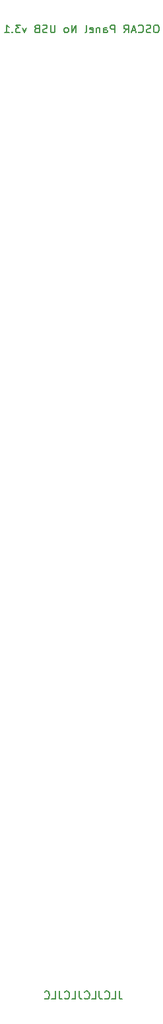
<source format=gbr>
G04 #@! TF.GenerationSoftware,KiCad,Pcbnew,8.0.8*
G04 #@! TF.CreationDate,2025-06-13T11:57:10+01:00*
G04 #@! TF.ProjectId,oscar_panel_nousb_variant,6f736361-725f-4706-916e-656c5f6e6f75,rev?*
G04 #@! TF.SameCoordinates,Original*
G04 #@! TF.FileFunction,Legend,Bot*
G04 #@! TF.FilePolarity,Positive*
%FSLAX46Y46*%
G04 Gerber Fmt 4.6, Leading zero omitted, Abs format (unit mm)*
G04 Created by KiCad (PCBNEW 8.0.8) date 2025-06-13 11:57:10*
%MOMM*%
%LPD*%
G01*
G04 APERTURE LIST*
%ADD10C,0.150000*%
G04 APERTURE END LIST*
D10*
X144666667Y-37754819D02*
X144476191Y-37754819D01*
X144476191Y-37754819D02*
X144380953Y-37802438D01*
X144380953Y-37802438D02*
X144285715Y-37897676D01*
X144285715Y-37897676D02*
X144238096Y-38088152D01*
X144238096Y-38088152D02*
X144238096Y-38421485D01*
X144238096Y-38421485D02*
X144285715Y-38611961D01*
X144285715Y-38611961D02*
X144380953Y-38707200D01*
X144380953Y-38707200D02*
X144476191Y-38754819D01*
X144476191Y-38754819D02*
X144666667Y-38754819D01*
X144666667Y-38754819D02*
X144761905Y-38707200D01*
X144761905Y-38707200D02*
X144857143Y-38611961D01*
X144857143Y-38611961D02*
X144904762Y-38421485D01*
X144904762Y-38421485D02*
X144904762Y-38088152D01*
X144904762Y-38088152D02*
X144857143Y-37897676D01*
X144857143Y-37897676D02*
X144761905Y-37802438D01*
X144761905Y-37802438D02*
X144666667Y-37754819D01*
X143857143Y-38707200D02*
X143714286Y-38754819D01*
X143714286Y-38754819D02*
X143476191Y-38754819D01*
X143476191Y-38754819D02*
X143380953Y-38707200D01*
X143380953Y-38707200D02*
X143333334Y-38659580D01*
X143333334Y-38659580D02*
X143285715Y-38564342D01*
X143285715Y-38564342D02*
X143285715Y-38469104D01*
X143285715Y-38469104D02*
X143333334Y-38373866D01*
X143333334Y-38373866D02*
X143380953Y-38326247D01*
X143380953Y-38326247D02*
X143476191Y-38278628D01*
X143476191Y-38278628D02*
X143666667Y-38231009D01*
X143666667Y-38231009D02*
X143761905Y-38183390D01*
X143761905Y-38183390D02*
X143809524Y-38135771D01*
X143809524Y-38135771D02*
X143857143Y-38040533D01*
X143857143Y-38040533D02*
X143857143Y-37945295D01*
X143857143Y-37945295D02*
X143809524Y-37850057D01*
X143809524Y-37850057D02*
X143761905Y-37802438D01*
X143761905Y-37802438D02*
X143666667Y-37754819D01*
X143666667Y-37754819D02*
X143428572Y-37754819D01*
X143428572Y-37754819D02*
X143285715Y-37802438D01*
X142285715Y-38659580D02*
X142333334Y-38707200D01*
X142333334Y-38707200D02*
X142476191Y-38754819D01*
X142476191Y-38754819D02*
X142571429Y-38754819D01*
X142571429Y-38754819D02*
X142714286Y-38707200D01*
X142714286Y-38707200D02*
X142809524Y-38611961D01*
X142809524Y-38611961D02*
X142857143Y-38516723D01*
X142857143Y-38516723D02*
X142904762Y-38326247D01*
X142904762Y-38326247D02*
X142904762Y-38183390D01*
X142904762Y-38183390D02*
X142857143Y-37992914D01*
X142857143Y-37992914D02*
X142809524Y-37897676D01*
X142809524Y-37897676D02*
X142714286Y-37802438D01*
X142714286Y-37802438D02*
X142571429Y-37754819D01*
X142571429Y-37754819D02*
X142476191Y-37754819D01*
X142476191Y-37754819D02*
X142333334Y-37802438D01*
X142333334Y-37802438D02*
X142285715Y-37850057D01*
X141904762Y-38469104D02*
X141428572Y-38469104D01*
X142000000Y-38754819D02*
X141666667Y-37754819D01*
X141666667Y-37754819D02*
X141333334Y-38754819D01*
X140428572Y-38754819D02*
X140761905Y-38278628D01*
X141000000Y-38754819D02*
X141000000Y-37754819D01*
X141000000Y-37754819D02*
X140619048Y-37754819D01*
X140619048Y-37754819D02*
X140523810Y-37802438D01*
X140523810Y-37802438D02*
X140476191Y-37850057D01*
X140476191Y-37850057D02*
X140428572Y-37945295D01*
X140428572Y-37945295D02*
X140428572Y-38088152D01*
X140428572Y-38088152D02*
X140476191Y-38183390D01*
X140476191Y-38183390D02*
X140523810Y-38231009D01*
X140523810Y-38231009D02*
X140619048Y-38278628D01*
X140619048Y-38278628D02*
X141000000Y-38278628D01*
X139238095Y-38754819D02*
X139238095Y-37754819D01*
X139238095Y-37754819D02*
X138857143Y-37754819D01*
X138857143Y-37754819D02*
X138761905Y-37802438D01*
X138761905Y-37802438D02*
X138714286Y-37850057D01*
X138714286Y-37850057D02*
X138666667Y-37945295D01*
X138666667Y-37945295D02*
X138666667Y-38088152D01*
X138666667Y-38088152D02*
X138714286Y-38183390D01*
X138714286Y-38183390D02*
X138761905Y-38231009D01*
X138761905Y-38231009D02*
X138857143Y-38278628D01*
X138857143Y-38278628D02*
X139238095Y-38278628D01*
X137809524Y-38754819D02*
X137809524Y-38231009D01*
X137809524Y-38231009D02*
X137857143Y-38135771D01*
X137857143Y-38135771D02*
X137952381Y-38088152D01*
X137952381Y-38088152D02*
X138142857Y-38088152D01*
X138142857Y-38088152D02*
X138238095Y-38135771D01*
X137809524Y-38707200D02*
X137904762Y-38754819D01*
X137904762Y-38754819D02*
X138142857Y-38754819D01*
X138142857Y-38754819D02*
X138238095Y-38707200D01*
X138238095Y-38707200D02*
X138285714Y-38611961D01*
X138285714Y-38611961D02*
X138285714Y-38516723D01*
X138285714Y-38516723D02*
X138238095Y-38421485D01*
X138238095Y-38421485D02*
X138142857Y-38373866D01*
X138142857Y-38373866D02*
X137904762Y-38373866D01*
X137904762Y-38373866D02*
X137809524Y-38326247D01*
X137333333Y-38088152D02*
X137333333Y-38754819D01*
X137333333Y-38183390D02*
X137285714Y-38135771D01*
X137285714Y-38135771D02*
X137190476Y-38088152D01*
X137190476Y-38088152D02*
X137047619Y-38088152D01*
X137047619Y-38088152D02*
X136952381Y-38135771D01*
X136952381Y-38135771D02*
X136904762Y-38231009D01*
X136904762Y-38231009D02*
X136904762Y-38754819D01*
X136047619Y-38707200D02*
X136142857Y-38754819D01*
X136142857Y-38754819D02*
X136333333Y-38754819D01*
X136333333Y-38754819D02*
X136428571Y-38707200D01*
X136428571Y-38707200D02*
X136476190Y-38611961D01*
X136476190Y-38611961D02*
X136476190Y-38231009D01*
X136476190Y-38231009D02*
X136428571Y-38135771D01*
X136428571Y-38135771D02*
X136333333Y-38088152D01*
X136333333Y-38088152D02*
X136142857Y-38088152D01*
X136142857Y-38088152D02*
X136047619Y-38135771D01*
X136047619Y-38135771D02*
X136000000Y-38231009D01*
X136000000Y-38231009D02*
X136000000Y-38326247D01*
X136000000Y-38326247D02*
X136476190Y-38421485D01*
X135428571Y-38754819D02*
X135523809Y-38707200D01*
X135523809Y-38707200D02*
X135571428Y-38611961D01*
X135571428Y-38611961D02*
X135571428Y-37754819D01*
X134285713Y-38754819D02*
X134285713Y-37754819D01*
X134285713Y-37754819D02*
X133714285Y-38754819D01*
X133714285Y-38754819D02*
X133714285Y-37754819D01*
X133095237Y-38754819D02*
X133190475Y-38707200D01*
X133190475Y-38707200D02*
X133238094Y-38659580D01*
X133238094Y-38659580D02*
X133285713Y-38564342D01*
X133285713Y-38564342D02*
X133285713Y-38278628D01*
X133285713Y-38278628D02*
X133238094Y-38183390D01*
X133238094Y-38183390D02*
X133190475Y-38135771D01*
X133190475Y-38135771D02*
X133095237Y-38088152D01*
X133095237Y-38088152D02*
X132952380Y-38088152D01*
X132952380Y-38088152D02*
X132857142Y-38135771D01*
X132857142Y-38135771D02*
X132809523Y-38183390D01*
X132809523Y-38183390D02*
X132761904Y-38278628D01*
X132761904Y-38278628D02*
X132761904Y-38564342D01*
X132761904Y-38564342D02*
X132809523Y-38659580D01*
X132809523Y-38659580D02*
X132857142Y-38707200D01*
X132857142Y-38707200D02*
X132952380Y-38754819D01*
X132952380Y-38754819D02*
X133095237Y-38754819D01*
X131571427Y-37754819D02*
X131571427Y-38564342D01*
X131571427Y-38564342D02*
X131523808Y-38659580D01*
X131523808Y-38659580D02*
X131476189Y-38707200D01*
X131476189Y-38707200D02*
X131380951Y-38754819D01*
X131380951Y-38754819D02*
X131190475Y-38754819D01*
X131190475Y-38754819D02*
X131095237Y-38707200D01*
X131095237Y-38707200D02*
X131047618Y-38659580D01*
X131047618Y-38659580D02*
X130999999Y-38564342D01*
X130999999Y-38564342D02*
X130999999Y-37754819D01*
X130571427Y-38707200D02*
X130428570Y-38754819D01*
X130428570Y-38754819D02*
X130190475Y-38754819D01*
X130190475Y-38754819D02*
X130095237Y-38707200D01*
X130095237Y-38707200D02*
X130047618Y-38659580D01*
X130047618Y-38659580D02*
X129999999Y-38564342D01*
X129999999Y-38564342D02*
X129999999Y-38469104D01*
X129999999Y-38469104D02*
X130047618Y-38373866D01*
X130047618Y-38373866D02*
X130095237Y-38326247D01*
X130095237Y-38326247D02*
X130190475Y-38278628D01*
X130190475Y-38278628D02*
X130380951Y-38231009D01*
X130380951Y-38231009D02*
X130476189Y-38183390D01*
X130476189Y-38183390D02*
X130523808Y-38135771D01*
X130523808Y-38135771D02*
X130571427Y-38040533D01*
X130571427Y-38040533D02*
X130571427Y-37945295D01*
X130571427Y-37945295D02*
X130523808Y-37850057D01*
X130523808Y-37850057D02*
X130476189Y-37802438D01*
X130476189Y-37802438D02*
X130380951Y-37754819D01*
X130380951Y-37754819D02*
X130142856Y-37754819D01*
X130142856Y-37754819D02*
X129999999Y-37802438D01*
X129238094Y-38231009D02*
X129095237Y-38278628D01*
X129095237Y-38278628D02*
X129047618Y-38326247D01*
X129047618Y-38326247D02*
X128999999Y-38421485D01*
X128999999Y-38421485D02*
X128999999Y-38564342D01*
X128999999Y-38564342D02*
X129047618Y-38659580D01*
X129047618Y-38659580D02*
X129095237Y-38707200D01*
X129095237Y-38707200D02*
X129190475Y-38754819D01*
X129190475Y-38754819D02*
X129571427Y-38754819D01*
X129571427Y-38754819D02*
X129571427Y-37754819D01*
X129571427Y-37754819D02*
X129238094Y-37754819D01*
X129238094Y-37754819D02*
X129142856Y-37802438D01*
X129142856Y-37802438D02*
X129095237Y-37850057D01*
X129095237Y-37850057D02*
X129047618Y-37945295D01*
X129047618Y-37945295D02*
X129047618Y-38040533D01*
X129047618Y-38040533D02*
X129095237Y-38135771D01*
X129095237Y-38135771D02*
X129142856Y-38183390D01*
X129142856Y-38183390D02*
X129238094Y-38231009D01*
X129238094Y-38231009D02*
X129571427Y-38231009D01*
X127904760Y-38088152D02*
X127666665Y-38754819D01*
X127666665Y-38754819D02*
X127428570Y-38088152D01*
X127142855Y-37754819D02*
X126523808Y-37754819D01*
X126523808Y-37754819D02*
X126857141Y-38135771D01*
X126857141Y-38135771D02*
X126714284Y-38135771D01*
X126714284Y-38135771D02*
X126619046Y-38183390D01*
X126619046Y-38183390D02*
X126571427Y-38231009D01*
X126571427Y-38231009D02*
X126523808Y-38326247D01*
X126523808Y-38326247D02*
X126523808Y-38564342D01*
X126523808Y-38564342D02*
X126571427Y-38659580D01*
X126571427Y-38659580D02*
X126619046Y-38707200D01*
X126619046Y-38707200D02*
X126714284Y-38754819D01*
X126714284Y-38754819D02*
X126999998Y-38754819D01*
X126999998Y-38754819D02*
X127095236Y-38707200D01*
X127095236Y-38707200D02*
X127142855Y-38659580D01*
X126095236Y-38659580D02*
X126047617Y-38707200D01*
X126047617Y-38707200D02*
X126095236Y-38754819D01*
X126095236Y-38754819D02*
X126142855Y-38707200D01*
X126142855Y-38707200D02*
X126095236Y-38659580D01*
X126095236Y-38659580D02*
X126095236Y-38754819D01*
X125095237Y-38754819D02*
X125666665Y-38754819D01*
X125380951Y-38754819D02*
X125380951Y-37754819D01*
X125380951Y-37754819D02*
X125476189Y-37897676D01*
X125476189Y-37897676D02*
X125571427Y-37992914D01*
X125571427Y-37992914D02*
X125666665Y-38040533D01*
X139819048Y-161354819D02*
X139819048Y-162069104D01*
X139819048Y-162069104D02*
X139866667Y-162211961D01*
X139866667Y-162211961D02*
X139961905Y-162307200D01*
X139961905Y-162307200D02*
X140104762Y-162354819D01*
X140104762Y-162354819D02*
X140200000Y-162354819D01*
X138866667Y-162354819D02*
X139342857Y-162354819D01*
X139342857Y-162354819D02*
X139342857Y-161354819D01*
X137961905Y-162259580D02*
X138009524Y-162307200D01*
X138009524Y-162307200D02*
X138152381Y-162354819D01*
X138152381Y-162354819D02*
X138247619Y-162354819D01*
X138247619Y-162354819D02*
X138390476Y-162307200D01*
X138390476Y-162307200D02*
X138485714Y-162211961D01*
X138485714Y-162211961D02*
X138533333Y-162116723D01*
X138533333Y-162116723D02*
X138580952Y-161926247D01*
X138580952Y-161926247D02*
X138580952Y-161783390D01*
X138580952Y-161783390D02*
X138533333Y-161592914D01*
X138533333Y-161592914D02*
X138485714Y-161497676D01*
X138485714Y-161497676D02*
X138390476Y-161402438D01*
X138390476Y-161402438D02*
X138247619Y-161354819D01*
X138247619Y-161354819D02*
X138152381Y-161354819D01*
X138152381Y-161354819D02*
X138009524Y-161402438D01*
X138009524Y-161402438D02*
X137961905Y-161450057D01*
X137247619Y-161354819D02*
X137247619Y-162069104D01*
X137247619Y-162069104D02*
X137295238Y-162211961D01*
X137295238Y-162211961D02*
X137390476Y-162307200D01*
X137390476Y-162307200D02*
X137533333Y-162354819D01*
X137533333Y-162354819D02*
X137628571Y-162354819D01*
X136295238Y-162354819D02*
X136771428Y-162354819D01*
X136771428Y-162354819D02*
X136771428Y-161354819D01*
X135390476Y-162259580D02*
X135438095Y-162307200D01*
X135438095Y-162307200D02*
X135580952Y-162354819D01*
X135580952Y-162354819D02*
X135676190Y-162354819D01*
X135676190Y-162354819D02*
X135819047Y-162307200D01*
X135819047Y-162307200D02*
X135914285Y-162211961D01*
X135914285Y-162211961D02*
X135961904Y-162116723D01*
X135961904Y-162116723D02*
X136009523Y-161926247D01*
X136009523Y-161926247D02*
X136009523Y-161783390D01*
X136009523Y-161783390D02*
X135961904Y-161592914D01*
X135961904Y-161592914D02*
X135914285Y-161497676D01*
X135914285Y-161497676D02*
X135819047Y-161402438D01*
X135819047Y-161402438D02*
X135676190Y-161354819D01*
X135676190Y-161354819D02*
X135580952Y-161354819D01*
X135580952Y-161354819D02*
X135438095Y-161402438D01*
X135438095Y-161402438D02*
X135390476Y-161450057D01*
X134676190Y-161354819D02*
X134676190Y-162069104D01*
X134676190Y-162069104D02*
X134723809Y-162211961D01*
X134723809Y-162211961D02*
X134819047Y-162307200D01*
X134819047Y-162307200D02*
X134961904Y-162354819D01*
X134961904Y-162354819D02*
X135057142Y-162354819D01*
X133723809Y-162354819D02*
X134199999Y-162354819D01*
X134199999Y-162354819D02*
X134199999Y-161354819D01*
X132819047Y-162259580D02*
X132866666Y-162307200D01*
X132866666Y-162307200D02*
X133009523Y-162354819D01*
X133009523Y-162354819D02*
X133104761Y-162354819D01*
X133104761Y-162354819D02*
X133247618Y-162307200D01*
X133247618Y-162307200D02*
X133342856Y-162211961D01*
X133342856Y-162211961D02*
X133390475Y-162116723D01*
X133390475Y-162116723D02*
X133438094Y-161926247D01*
X133438094Y-161926247D02*
X133438094Y-161783390D01*
X133438094Y-161783390D02*
X133390475Y-161592914D01*
X133390475Y-161592914D02*
X133342856Y-161497676D01*
X133342856Y-161497676D02*
X133247618Y-161402438D01*
X133247618Y-161402438D02*
X133104761Y-161354819D01*
X133104761Y-161354819D02*
X133009523Y-161354819D01*
X133009523Y-161354819D02*
X132866666Y-161402438D01*
X132866666Y-161402438D02*
X132819047Y-161450057D01*
X132104761Y-161354819D02*
X132104761Y-162069104D01*
X132104761Y-162069104D02*
X132152380Y-162211961D01*
X132152380Y-162211961D02*
X132247618Y-162307200D01*
X132247618Y-162307200D02*
X132390475Y-162354819D01*
X132390475Y-162354819D02*
X132485713Y-162354819D01*
X131152380Y-162354819D02*
X131628570Y-162354819D01*
X131628570Y-162354819D02*
X131628570Y-161354819D01*
X130247618Y-162259580D02*
X130295237Y-162307200D01*
X130295237Y-162307200D02*
X130438094Y-162354819D01*
X130438094Y-162354819D02*
X130533332Y-162354819D01*
X130533332Y-162354819D02*
X130676189Y-162307200D01*
X130676189Y-162307200D02*
X130771427Y-162211961D01*
X130771427Y-162211961D02*
X130819046Y-162116723D01*
X130819046Y-162116723D02*
X130866665Y-161926247D01*
X130866665Y-161926247D02*
X130866665Y-161783390D01*
X130866665Y-161783390D02*
X130819046Y-161592914D01*
X130819046Y-161592914D02*
X130771427Y-161497676D01*
X130771427Y-161497676D02*
X130676189Y-161402438D01*
X130676189Y-161402438D02*
X130533332Y-161354819D01*
X130533332Y-161354819D02*
X130438094Y-161354819D01*
X130438094Y-161354819D02*
X130295237Y-161402438D01*
X130295237Y-161402438D02*
X130247618Y-161450057D01*
M02*

</source>
